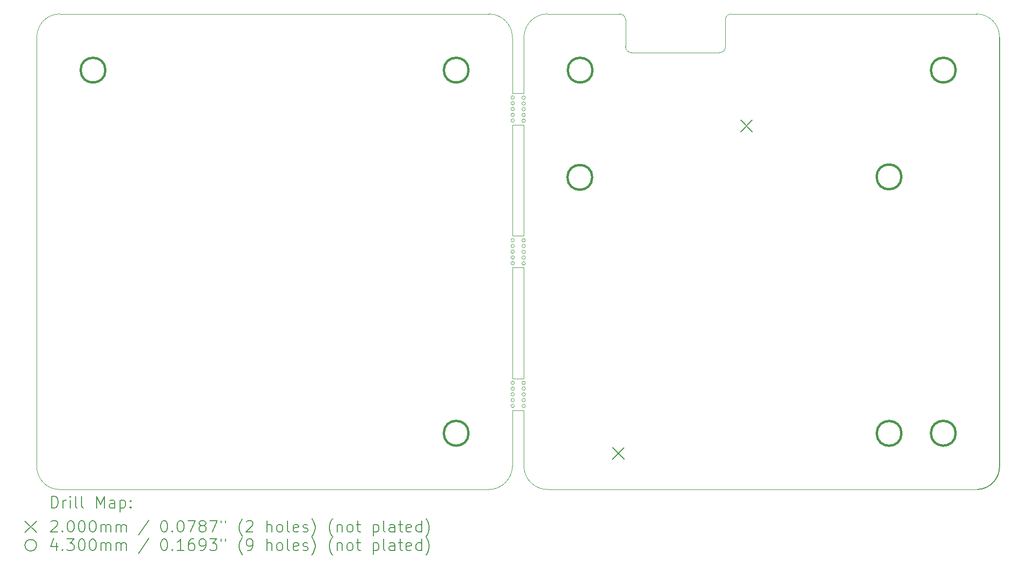
<source format=gbr>
%TF.GenerationSoftware,KiCad,Pcbnew,8.0.4*%
%TF.CreationDate,2024-07-30T12:03:33+02:00*%
%TF.ProjectId,gps,6770732e-6b69-4636-9164-5f7063625858,rev?*%
%TF.SameCoordinates,Original*%
%TF.FileFunction,Drillmap*%
%TF.FilePolarity,Positive*%
%FSLAX45Y45*%
G04 Gerber Fmt 4.5, Leading zero omitted, Abs format (unit mm)*
G04 Created by KiCad (PCBNEW 8.0.4) date 2024-07-30 12:03:33*
%MOMM*%
%LPD*%
G01*
G04 APERTURE LIST*
%ADD10C,0.100000*%
%ADD11C,0.150000*%
%ADD12C,0.200000*%
%ADD13C,0.430000*%
G04 APERTURE END LIST*
D10*
X13560000Y-6025000D02*
G75*
G02*
X13500000Y-6025000I-30000J0D01*
G01*
X13500000Y-6025000D02*
G75*
G02*
X13560000Y-6025000I30000J0D01*
G01*
X13750000Y-8302500D02*
G75*
G02*
X13690000Y-8302500I-30000J0D01*
G01*
X13690000Y-8302500D02*
G75*
G02*
X13750000Y-8302500I30000J0D01*
G01*
X15587000Y-4845000D02*
G75*
G02*
X15487000Y-4745000I0J100000D01*
G01*
X5275000Y-4575000D02*
G75*
G02*
X5675000Y-4175000I400000J0D01*
G01*
X13725000Y-6100000D02*
X13725000Y-8025000D01*
X13750000Y-8102500D02*
G75*
G02*
X13690000Y-8102500I-30000J0D01*
G01*
X13690000Y-8102500D02*
G75*
G02*
X13750000Y-8102500I30000J0D01*
G01*
X13525000Y-11050000D02*
X13725000Y-11050000D01*
X13750000Y-10575000D02*
G75*
G02*
X13690000Y-10575000I-30000J0D01*
G01*
X13690000Y-10575000D02*
G75*
G02*
X13750000Y-10575000I30000J0D01*
G01*
X15386000Y-4175000D02*
G75*
G02*
X15487298Y-4275000I1290J-100000D01*
G01*
X13725000Y-8575000D02*
X13725000Y-10500000D01*
X13750000Y-8202500D02*
G75*
G02*
X13690000Y-8202500I-30000J0D01*
G01*
X13690000Y-8202500D02*
G75*
G02*
X13750000Y-8202500I30000J0D01*
G01*
X13750000Y-5927500D02*
G75*
G02*
X13690000Y-5927500I-30000J0D01*
G01*
X13690000Y-5927500D02*
G75*
G02*
X13750000Y-5927500I30000J0D01*
G01*
X13560000Y-5725000D02*
G75*
G02*
X13500000Y-5725000I-30000J0D01*
G01*
X13500000Y-5725000D02*
G75*
G02*
X13560000Y-5725000I30000J0D01*
G01*
X13750000Y-8502500D02*
G75*
G02*
X13690000Y-8502500I-30000J0D01*
G01*
X13690000Y-8502500D02*
G75*
G02*
X13750000Y-8502500I30000J0D01*
G01*
X5657843Y-12425000D02*
G75*
G02*
X5275000Y-12017157I12507J395350D01*
G01*
X13560000Y-5825000D02*
G75*
G02*
X13500000Y-5825000I-30000J0D01*
G01*
X13500000Y-5825000D02*
G75*
G02*
X13560000Y-5825000I30000J0D01*
G01*
X13525000Y-10500000D02*
X13525000Y-8575000D01*
X13525000Y-6100000D02*
X13725000Y-6100000D01*
X13560000Y-8200000D02*
G75*
G02*
X13500000Y-8200000I-30000J0D01*
G01*
X13500000Y-8200000D02*
G75*
G02*
X13560000Y-8200000I30000J0D01*
G01*
D11*
X21975000Y-12017157D02*
G75*
G02*
X21592157Y-12425000I-395340J-12503D01*
G01*
D10*
X13750000Y-5827500D02*
G75*
G02*
X13690000Y-5827500I-30000J0D01*
G01*
X13690000Y-5827500D02*
G75*
G02*
X13750000Y-5827500I30000J0D01*
G01*
X13560000Y-10875000D02*
G75*
G02*
X13500000Y-10875000I-30000J0D01*
G01*
X13500000Y-10875000D02*
G75*
G02*
X13560000Y-10875000I30000J0D01*
G01*
X13725000Y-4582843D02*
G75*
G02*
X14132843Y-4175000I407840J3D01*
G01*
X13560000Y-10975000D02*
G75*
G02*
X13500000Y-10975000I-30000J0D01*
G01*
X13500000Y-10975000D02*
G75*
G02*
X13560000Y-10975000I30000J0D01*
G01*
X17220000Y-4275000D02*
X17220000Y-4745000D01*
X13750000Y-6027500D02*
G75*
G02*
X13690000Y-6027500I-30000J0D01*
G01*
X13690000Y-6027500D02*
G75*
G02*
X13750000Y-6027500I30000J0D01*
G01*
X13750198Y-10675000D02*
G75*
G02*
X13690198Y-10675000I-30000J0D01*
G01*
X13690198Y-10675000D02*
G75*
G02*
X13750198Y-10675000I30000J0D01*
G01*
X13750198Y-10875000D02*
G75*
G02*
X13690198Y-10875000I-30000J0D01*
G01*
X13690198Y-10875000D02*
G75*
G02*
X13750198Y-10875000I30000J0D01*
G01*
X13560000Y-8500000D02*
G75*
G02*
X13500000Y-8500000I-30000J0D01*
G01*
X13500000Y-8500000D02*
G75*
G02*
X13560000Y-8500000I30000J0D01*
G01*
X13525000Y-12017157D02*
G75*
G02*
X13117157Y-12425000I-407840J-3D01*
G01*
X5657843Y-12425000D02*
X13117157Y-12425000D01*
D11*
X21975000Y-12017157D02*
X21975000Y-4575000D01*
D10*
X13560000Y-8400000D02*
G75*
G02*
X13500000Y-8400000I-30000J0D01*
G01*
X13500000Y-8400000D02*
G75*
G02*
X13560000Y-8400000I30000J0D01*
G01*
X15487000Y-4275000D02*
X15487000Y-4745000D01*
X13117157Y-4175000D02*
G75*
G02*
X13525000Y-4582843I3J-407840D01*
G01*
X5275000Y-4575000D02*
X5275000Y-12017157D01*
X13525000Y-8575000D02*
X13725000Y-8575000D01*
X21575000Y-4175000D02*
X17320000Y-4175000D01*
X21575000Y-4175000D02*
G75*
G02*
X21975000Y-4575000I0J-400000D01*
G01*
X14132843Y-12425000D02*
G75*
G02*
X13725000Y-12017157I-3J407840D01*
G01*
X14132843Y-4175000D02*
X15386000Y-4175000D01*
X13525000Y-12017157D02*
X13525000Y-11050000D01*
X13525000Y-5550000D02*
X13725000Y-5550000D01*
X14132843Y-12425000D02*
X21592157Y-12425000D01*
X13117157Y-4175000D02*
X5675000Y-4175000D01*
X13560000Y-10675000D02*
G75*
G02*
X13500000Y-10675000I-30000J0D01*
G01*
X13500000Y-10675000D02*
G75*
G02*
X13560000Y-10675000I30000J0D01*
G01*
X13560000Y-8300000D02*
G75*
G02*
X13500000Y-8300000I-30000J0D01*
G01*
X13500000Y-8300000D02*
G75*
G02*
X13560000Y-8300000I30000J0D01*
G01*
X17220000Y-4275000D02*
G75*
G02*
X17320000Y-4175000I100000J0D01*
G01*
X13560000Y-5925000D02*
G75*
G02*
X13500000Y-5925000I-30000J0D01*
G01*
X13500000Y-5925000D02*
G75*
G02*
X13560000Y-5925000I30000J0D01*
G01*
X13750198Y-10775000D02*
G75*
G02*
X13690198Y-10775000I-30000J0D01*
G01*
X13690198Y-10775000D02*
G75*
G02*
X13750198Y-10775000I30000J0D01*
G01*
X13525000Y-10500000D02*
X13725000Y-10500000D01*
X13525000Y-4582843D02*
X13525000Y-5550000D01*
X13750000Y-5627500D02*
G75*
G02*
X13690000Y-5627500I-30000J0D01*
G01*
X13690000Y-5627500D02*
G75*
G02*
X13750000Y-5627500I30000J0D01*
G01*
X17220000Y-4745000D02*
G75*
G02*
X17120000Y-4845000I-100000J0D01*
G01*
X13725000Y-5550000D02*
X13725000Y-4582843D01*
X13560000Y-8100000D02*
G75*
G02*
X13500000Y-8100000I-30000J0D01*
G01*
X13500000Y-8100000D02*
G75*
G02*
X13560000Y-8100000I30000J0D01*
G01*
X13560000Y-10775000D02*
G75*
G02*
X13500000Y-10775000I-30000J0D01*
G01*
X13500000Y-10775000D02*
G75*
G02*
X13560000Y-10775000I30000J0D01*
G01*
X13750000Y-5727500D02*
G75*
G02*
X13690000Y-5727500I-30000J0D01*
G01*
X13690000Y-5727500D02*
G75*
G02*
X13750000Y-5727500I30000J0D01*
G01*
X13750000Y-8402500D02*
G75*
G02*
X13690000Y-8402500I-30000J0D01*
G01*
X13690000Y-8402500D02*
G75*
G02*
X13750000Y-8402500I30000J0D01*
G01*
X13525000Y-8025000D02*
X13725000Y-8025000D01*
X13560000Y-10575000D02*
G75*
G02*
X13500000Y-10575000I-30000J0D01*
G01*
X13500000Y-10575000D02*
G75*
G02*
X13560000Y-10575000I30000J0D01*
G01*
X13725000Y-12017157D02*
X13725000Y-11050000D01*
X17120000Y-4845000D02*
X15587000Y-4845000D01*
X13525000Y-6100000D02*
X13525000Y-8025000D01*
X13750198Y-10975000D02*
G75*
G02*
X13690198Y-10975000I-30000J0D01*
G01*
X13690198Y-10975000D02*
G75*
G02*
X13750198Y-10975000I30000J0D01*
G01*
X13560000Y-5625000D02*
G75*
G02*
X13500000Y-5625000I-30000J0D01*
G01*
X13500000Y-5625000D02*
G75*
G02*
X13560000Y-5625000I30000J0D01*
G01*
D12*
X15266250Y-11700000D02*
X15466250Y-11900000D01*
X15466250Y-11700000D02*
X15266250Y-11900000D01*
X17486250Y-6020000D02*
X17686250Y-6220000D01*
X17686250Y-6020000D02*
X17486250Y-6220000D01*
D13*
X6465000Y-5150000D02*
G75*
G02*
X6035000Y-5150000I-215000J0D01*
G01*
X6035000Y-5150000D02*
G75*
G02*
X6465000Y-5150000I215000J0D01*
G01*
X12765000Y-5150000D02*
G75*
G02*
X12335000Y-5150000I-215000J0D01*
G01*
X12335000Y-5150000D02*
G75*
G02*
X12765000Y-5150000I215000J0D01*
G01*
X12765000Y-11450000D02*
G75*
G02*
X12335000Y-11450000I-215000J0D01*
G01*
X12335000Y-11450000D02*
G75*
G02*
X12765000Y-11450000I215000J0D01*
G01*
X14910000Y-7010000D02*
G75*
G02*
X14480000Y-7010000I-215000J0D01*
G01*
X14480000Y-7010000D02*
G75*
G02*
X14910000Y-7010000I215000J0D01*
G01*
X14915000Y-5150000D02*
G75*
G02*
X14485000Y-5150000I-215000J0D01*
G01*
X14485000Y-5150000D02*
G75*
G02*
X14915000Y-5150000I215000J0D01*
G01*
X20273000Y-7002000D02*
G75*
G02*
X19843000Y-7002000I-215000J0D01*
G01*
X19843000Y-7002000D02*
G75*
G02*
X20273000Y-7002000I215000J0D01*
G01*
X20275000Y-11452000D02*
G75*
G02*
X19845000Y-11452000I-215000J0D01*
G01*
X19845000Y-11452000D02*
G75*
G02*
X20275000Y-11452000I215000J0D01*
G01*
X21215000Y-5150000D02*
G75*
G02*
X20785000Y-5150000I-215000J0D01*
G01*
X20785000Y-5150000D02*
G75*
G02*
X21215000Y-5150000I215000J0D01*
G01*
X21215000Y-11450000D02*
G75*
G02*
X20785000Y-11450000I-215000J0D01*
G01*
X20785000Y-11450000D02*
G75*
G02*
X21215000Y-11450000I215000J0D01*
G01*
D12*
X5530579Y-12743984D02*
X5530579Y-12543984D01*
X5530579Y-12543984D02*
X5578198Y-12543984D01*
X5578198Y-12543984D02*
X5606769Y-12553508D01*
X5606769Y-12553508D02*
X5625817Y-12572555D01*
X5625817Y-12572555D02*
X5635341Y-12591603D01*
X5635341Y-12591603D02*
X5644865Y-12629698D01*
X5644865Y-12629698D02*
X5644865Y-12658269D01*
X5644865Y-12658269D02*
X5635341Y-12696365D01*
X5635341Y-12696365D02*
X5625817Y-12715412D01*
X5625817Y-12715412D02*
X5606769Y-12734460D01*
X5606769Y-12734460D02*
X5578198Y-12743984D01*
X5578198Y-12743984D02*
X5530579Y-12743984D01*
X5730579Y-12743984D02*
X5730579Y-12610650D01*
X5730579Y-12648746D02*
X5740103Y-12629698D01*
X5740103Y-12629698D02*
X5749627Y-12620174D01*
X5749627Y-12620174D02*
X5768674Y-12610650D01*
X5768674Y-12610650D02*
X5787722Y-12610650D01*
X5854388Y-12743984D02*
X5854388Y-12610650D01*
X5854388Y-12543984D02*
X5844865Y-12553508D01*
X5844865Y-12553508D02*
X5854388Y-12563031D01*
X5854388Y-12563031D02*
X5863912Y-12553508D01*
X5863912Y-12553508D02*
X5854388Y-12543984D01*
X5854388Y-12543984D02*
X5854388Y-12563031D01*
X5978198Y-12743984D02*
X5959150Y-12734460D01*
X5959150Y-12734460D02*
X5949627Y-12715412D01*
X5949627Y-12715412D02*
X5949627Y-12543984D01*
X6082960Y-12743984D02*
X6063912Y-12734460D01*
X6063912Y-12734460D02*
X6054388Y-12715412D01*
X6054388Y-12715412D02*
X6054388Y-12543984D01*
X6311531Y-12743984D02*
X6311531Y-12543984D01*
X6311531Y-12543984D02*
X6378198Y-12686841D01*
X6378198Y-12686841D02*
X6444865Y-12543984D01*
X6444865Y-12543984D02*
X6444865Y-12743984D01*
X6625817Y-12743984D02*
X6625817Y-12639222D01*
X6625817Y-12639222D02*
X6616293Y-12620174D01*
X6616293Y-12620174D02*
X6597246Y-12610650D01*
X6597246Y-12610650D02*
X6559150Y-12610650D01*
X6559150Y-12610650D02*
X6540103Y-12620174D01*
X6625817Y-12734460D02*
X6606769Y-12743984D01*
X6606769Y-12743984D02*
X6559150Y-12743984D01*
X6559150Y-12743984D02*
X6540103Y-12734460D01*
X6540103Y-12734460D02*
X6530579Y-12715412D01*
X6530579Y-12715412D02*
X6530579Y-12696365D01*
X6530579Y-12696365D02*
X6540103Y-12677317D01*
X6540103Y-12677317D02*
X6559150Y-12667793D01*
X6559150Y-12667793D02*
X6606769Y-12667793D01*
X6606769Y-12667793D02*
X6625817Y-12658269D01*
X6721055Y-12610650D02*
X6721055Y-12810650D01*
X6721055Y-12620174D02*
X6740103Y-12610650D01*
X6740103Y-12610650D02*
X6778198Y-12610650D01*
X6778198Y-12610650D02*
X6797246Y-12620174D01*
X6797246Y-12620174D02*
X6806769Y-12629698D01*
X6806769Y-12629698D02*
X6816293Y-12648746D01*
X6816293Y-12648746D02*
X6816293Y-12705888D01*
X6816293Y-12705888D02*
X6806769Y-12724936D01*
X6806769Y-12724936D02*
X6797246Y-12734460D01*
X6797246Y-12734460D02*
X6778198Y-12743984D01*
X6778198Y-12743984D02*
X6740103Y-12743984D01*
X6740103Y-12743984D02*
X6721055Y-12734460D01*
X6902008Y-12724936D02*
X6911531Y-12734460D01*
X6911531Y-12734460D02*
X6902008Y-12743984D01*
X6902008Y-12743984D02*
X6892484Y-12734460D01*
X6892484Y-12734460D02*
X6902008Y-12724936D01*
X6902008Y-12724936D02*
X6902008Y-12743984D01*
X6902008Y-12620174D02*
X6911531Y-12629698D01*
X6911531Y-12629698D02*
X6902008Y-12639222D01*
X6902008Y-12639222D02*
X6892484Y-12629698D01*
X6892484Y-12629698D02*
X6902008Y-12620174D01*
X6902008Y-12620174D02*
X6902008Y-12639222D01*
X5069802Y-12972500D02*
X5269802Y-13172500D01*
X5269802Y-12972500D02*
X5069802Y-13172500D01*
X5521055Y-12983031D02*
X5530579Y-12973508D01*
X5530579Y-12973508D02*
X5549627Y-12963984D01*
X5549627Y-12963984D02*
X5597246Y-12963984D01*
X5597246Y-12963984D02*
X5616293Y-12973508D01*
X5616293Y-12973508D02*
X5625817Y-12983031D01*
X5625817Y-12983031D02*
X5635341Y-13002079D01*
X5635341Y-13002079D02*
X5635341Y-13021127D01*
X5635341Y-13021127D02*
X5625817Y-13049698D01*
X5625817Y-13049698D02*
X5511531Y-13163984D01*
X5511531Y-13163984D02*
X5635341Y-13163984D01*
X5721055Y-13144936D02*
X5730579Y-13154460D01*
X5730579Y-13154460D02*
X5721055Y-13163984D01*
X5721055Y-13163984D02*
X5711531Y-13154460D01*
X5711531Y-13154460D02*
X5721055Y-13144936D01*
X5721055Y-13144936D02*
X5721055Y-13163984D01*
X5854388Y-12963984D02*
X5873436Y-12963984D01*
X5873436Y-12963984D02*
X5892484Y-12973508D01*
X5892484Y-12973508D02*
X5902008Y-12983031D01*
X5902008Y-12983031D02*
X5911531Y-13002079D01*
X5911531Y-13002079D02*
X5921055Y-13040174D01*
X5921055Y-13040174D02*
X5921055Y-13087793D01*
X5921055Y-13087793D02*
X5911531Y-13125888D01*
X5911531Y-13125888D02*
X5902008Y-13144936D01*
X5902008Y-13144936D02*
X5892484Y-13154460D01*
X5892484Y-13154460D02*
X5873436Y-13163984D01*
X5873436Y-13163984D02*
X5854388Y-13163984D01*
X5854388Y-13163984D02*
X5835341Y-13154460D01*
X5835341Y-13154460D02*
X5825817Y-13144936D01*
X5825817Y-13144936D02*
X5816293Y-13125888D01*
X5816293Y-13125888D02*
X5806769Y-13087793D01*
X5806769Y-13087793D02*
X5806769Y-13040174D01*
X5806769Y-13040174D02*
X5816293Y-13002079D01*
X5816293Y-13002079D02*
X5825817Y-12983031D01*
X5825817Y-12983031D02*
X5835341Y-12973508D01*
X5835341Y-12973508D02*
X5854388Y-12963984D01*
X6044865Y-12963984D02*
X6063912Y-12963984D01*
X6063912Y-12963984D02*
X6082960Y-12973508D01*
X6082960Y-12973508D02*
X6092484Y-12983031D01*
X6092484Y-12983031D02*
X6102008Y-13002079D01*
X6102008Y-13002079D02*
X6111531Y-13040174D01*
X6111531Y-13040174D02*
X6111531Y-13087793D01*
X6111531Y-13087793D02*
X6102008Y-13125888D01*
X6102008Y-13125888D02*
X6092484Y-13144936D01*
X6092484Y-13144936D02*
X6082960Y-13154460D01*
X6082960Y-13154460D02*
X6063912Y-13163984D01*
X6063912Y-13163984D02*
X6044865Y-13163984D01*
X6044865Y-13163984D02*
X6025817Y-13154460D01*
X6025817Y-13154460D02*
X6016293Y-13144936D01*
X6016293Y-13144936D02*
X6006769Y-13125888D01*
X6006769Y-13125888D02*
X5997246Y-13087793D01*
X5997246Y-13087793D02*
X5997246Y-13040174D01*
X5997246Y-13040174D02*
X6006769Y-13002079D01*
X6006769Y-13002079D02*
X6016293Y-12983031D01*
X6016293Y-12983031D02*
X6025817Y-12973508D01*
X6025817Y-12973508D02*
X6044865Y-12963984D01*
X6235341Y-12963984D02*
X6254389Y-12963984D01*
X6254389Y-12963984D02*
X6273436Y-12973508D01*
X6273436Y-12973508D02*
X6282960Y-12983031D01*
X6282960Y-12983031D02*
X6292484Y-13002079D01*
X6292484Y-13002079D02*
X6302008Y-13040174D01*
X6302008Y-13040174D02*
X6302008Y-13087793D01*
X6302008Y-13087793D02*
X6292484Y-13125888D01*
X6292484Y-13125888D02*
X6282960Y-13144936D01*
X6282960Y-13144936D02*
X6273436Y-13154460D01*
X6273436Y-13154460D02*
X6254389Y-13163984D01*
X6254389Y-13163984D02*
X6235341Y-13163984D01*
X6235341Y-13163984D02*
X6216293Y-13154460D01*
X6216293Y-13154460D02*
X6206769Y-13144936D01*
X6206769Y-13144936D02*
X6197246Y-13125888D01*
X6197246Y-13125888D02*
X6187722Y-13087793D01*
X6187722Y-13087793D02*
X6187722Y-13040174D01*
X6187722Y-13040174D02*
X6197246Y-13002079D01*
X6197246Y-13002079D02*
X6206769Y-12983031D01*
X6206769Y-12983031D02*
X6216293Y-12973508D01*
X6216293Y-12973508D02*
X6235341Y-12963984D01*
X6387722Y-13163984D02*
X6387722Y-13030650D01*
X6387722Y-13049698D02*
X6397246Y-13040174D01*
X6397246Y-13040174D02*
X6416293Y-13030650D01*
X6416293Y-13030650D02*
X6444865Y-13030650D01*
X6444865Y-13030650D02*
X6463912Y-13040174D01*
X6463912Y-13040174D02*
X6473436Y-13059222D01*
X6473436Y-13059222D02*
X6473436Y-13163984D01*
X6473436Y-13059222D02*
X6482960Y-13040174D01*
X6482960Y-13040174D02*
X6502008Y-13030650D01*
X6502008Y-13030650D02*
X6530579Y-13030650D01*
X6530579Y-13030650D02*
X6549627Y-13040174D01*
X6549627Y-13040174D02*
X6559150Y-13059222D01*
X6559150Y-13059222D02*
X6559150Y-13163984D01*
X6654389Y-13163984D02*
X6654389Y-13030650D01*
X6654389Y-13049698D02*
X6663912Y-13040174D01*
X6663912Y-13040174D02*
X6682960Y-13030650D01*
X6682960Y-13030650D02*
X6711531Y-13030650D01*
X6711531Y-13030650D02*
X6730579Y-13040174D01*
X6730579Y-13040174D02*
X6740103Y-13059222D01*
X6740103Y-13059222D02*
X6740103Y-13163984D01*
X6740103Y-13059222D02*
X6749627Y-13040174D01*
X6749627Y-13040174D02*
X6768674Y-13030650D01*
X6768674Y-13030650D02*
X6797246Y-13030650D01*
X6797246Y-13030650D02*
X6816293Y-13040174D01*
X6816293Y-13040174D02*
X6825817Y-13059222D01*
X6825817Y-13059222D02*
X6825817Y-13163984D01*
X7216293Y-12954460D02*
X7044865Y-13211603D01*
X7473436Y-12963984D02*
X7492484Y-12963984D01*
X7492484Y-12963984D02*
X7511532Y-12973508D01*
X7511532Y-12973508D02*
X7521055Y-12983031D01*
X7521055Y-12983031D02*
X7530579Y-13002079D01*
X7530579Y-13002079D02*
X7540103Y-13040174D01*
X7540103Y-13040174D02*
X7540103Y-13087793D01*
X7540103Y-13087793D02*
X7530579Y-13125888D01*
X7530579Y-13125888D02*
X7521055Y-13144936D01*
X7521055Y-13144936D02*
X7511532Y-13154460D01*
X7511532Y-13154460D02*
X7492484Y-13163984D01*
X7492484Y-13163984D02*
X7473436Y-13163984D01*
X7473436Y-13163984D02*
X7454389Y-13154460D01*
X7454389Y-13154460D02*
X7444865Y-13144936D01*
X7444865Y-13144936D02*
X7435341Y-13125888D01*
X7435341Y-13125888D02*
X7425817Y-13087793D01*
X7425817Y-13087793D02*
X7425817Y-13040174D01*
X7425817Y-13040174D02*
X7435341Y-13002079D01*
X7435341Y-13002079D02*
X7444865Y-12983031D01*
X7444865Y-12983031D02*
X7454389Y-12973508D01*
X7454389Y-12973508D02*
X7473436Y-12963984D01*
X7625817Y-13144936D02*
X7635341Y-13154460D01*
X7635341Y-13154460D02*
X7625817Y-13163984D01*
X7625817Y-13163984D02*
X7616293Y-13154460D01*
X7616293Y-13154460D02*
X7625817Y-13144936D01*
X7625817Y-13144936D02*
X7625817Y-13163984D01*
X7759151Y-12963984D02*
X7778198Y-12963984D01*
X7778198Y-12963984D02*
X7797246Y-12973508D01*
X7797246Y-12973508D02*
X7806770Y-12983031D01*
X7806770Y-12983031D02*
X7816293Y-13002079D01*
X7816293Y-13002079D02*
X7825817Y-13040174D01*
X7825817Y-13040174D02*
X7825817Y-13087793D01*
X7825817Y-13087793D02*
X7816293Y-13125888D01*
X7816293Y-13125888D02*
X7806770Y-13144936D01*
X7806770Y-13144936D02*
X7797246Y-13154460D01*
X7797246Y-13154460D02*
X7778198Y-13163984D01*
X7778198Y-13163984D02*
X7759151Y-13163984D01*
X7759151Y-13163984D02*
X7740103Y-13154460D01*
X7740103Y-13154460D02*
X7730579Y-13144936D01*
X7730579Y-13144936D02*
X7721055Y-13125888D01*
X7721055Y-13125888D02*
X7711532Y-13087793D01*
X7711532Y-13087793D02*
X7711532Y-13040174D01*
X7711532Y-13040174D02*
X7721055Y-13002079D01*
X7721055Y-13002079D02*
X7730579Y-12983031D01*
X7730579Y-12983031D02*
X7740103Y-12973508D01*
X7740103Y-12973508D02*
X7759151Y-12963984D01*
X7892484Y-12963984D02*
X8025817Y-12963984D01*
X8025817Y-12963984D02*
X7940103Y-13163984D01*
X8130579Y-13049698D02*
X8111532Y-13040174D01*
X8111532Y-13040174D02*
X8102008Y-13030650D01*
X8102008Y-13030650D02*
X8092484Y-13011603D01*
X8092484Y-13011603D02*
X8092484Y-13002079D01*
X8092484Y-13002079D02*
X8102008Y-12983031D01*
X8102008Y-12983031D02*
X8111532Y-12973508D01*
X8111532Y-12973508D02*
X8130579Y-12963984D01*
X8130579Y-12963984D02*
X8168674Y-12963984D01*
X8168674Y-12963984D02*
X8187722Y-12973508D01*
X8187722Y-12973508D02*
X8197246Y-12983031D01*
X8197246Y-12983031D02*
X8206770Y-13002079D01*
X8206770Y-13002079D02*
X8206770Y-13011603D01*
X8206770Y-13011603D02*
X8197246Y-13030650D01*
X8197246Y-13030650D02*
X8187722Y-13040174D01*
X8187722Y-13040174D02*
X8168674Y-13049698D01*
X8168674Y-13049698D02*
X8130579Y-13049698D01*
X8130579Y-13049698D02*
X8111532Y-13059222D01*
X8111532Y-13059222D02*
X8102008Y-13068746D01*
X8102008Y-13068746D02*
X8092484Y-13087793D01*
X8092484Y-13087793D02*
X8092484Y-13125888D01*
X8092484Y-13125888D02*
X8102008Y-13144936D01*
X8102008Y-13144936D02*
X8111532Y-13154460D01*
X8111532Y-13154460D02*
X8130579Y-13163984D01*
X8130579Y-13163984D02*
X8168674Y-13163984D01*
X8168674Y-13163984D02*
X8187722Y-13154460D01*
X8187722Y-13154460D02*
X8197246Y-13144936D01*
X8197246Y-13144936D02*
X8206770Y-13125888D01*
X8206770Y-13125888D02*
X8206770Y-13087793D01*
X8206770Y-13087793D02*
X8197246Y-13068746D01*
X8197246Y-13068746D02*
X8187722Y-13059222D01*
X8187722Y-13059222D02*
X8168674Y-13049698D01*
X8273436Y-12963984D02*
X8406770Y-12963984D01*
X8406770Y-12963984D02*
X8321055Y-13163984D01*
X8473436Y-12963984D02*
X8473436Y-13002079D01*
X8549627Y-12963984D02*
X8549627Y-13002079D01*
X8844865Y-13240174D02*
X8835341Y-13230650D01*
X8835341Y-13230650D02*
X8816294Y-13202079D01*
X8816294Y-13202079D02*
X8806770Y-13183031D01*
X8806770Y-13183031D02*
X8797246Y-13154460D01*
X8797246Y-13154460D02*
X8787722Y-13106841D01*
X8787722Y-13106841D02*
X8787722Y-13068746D01*
X8787722Y-13068746D02*
X8797246Y-13021127D01*
X8797246Y-13021127D02*
X8806770Y-12992555D01*
X8806770Y-12992555D02*
X8816294Y-12973508D01*
X8816294Y-12973508D02*
X8835341Y-12944936D01*
X8835341Y-12944936D02*
X8844865Y-12935412D01*
X8911532Y-12983031D02*
X8921056Y-12973508D01*
X8921056Y-12973508D02*
X8940103Y-12963984D01*
X8940103Y-12963984D02*
X8987722Y-12963984D01*
X8987722Y-12963984D02*
X9006770Y-12973508D01*
X9006770Y-12973508D02*
X9016294Y-12983031D01*
X9016294Y-12983031D02*
X9025817Y-13002079D01*
X9025817Y-13002079D02*
X9025817Y-13021127D01*
X9025817Y-13021127D02*
X9016294Y-13049698D01*
X9016294Y-13049698D02*
X8902008Y-13163984D01*
X8902008Y-13163984D02*
X9025817Y-13163984D01*
X9263913Y-13163984D02*
X9263913Y-12963984D01*
X9349627Y-13163984D02*
X9349627Y-13059222D01*
X9349627Y-13059222D02*
X9340103Y-13040174D01*
X9340103Y-13040174D02*
X9321056Y-13030650D01*
X9321056Y-13030650D02*
X9292484Y-13030650D01*
X9292484Y-13030650D02*
X9273437Y-13040174D01*
X9273437Y-13040174D02*
X9263913Y-13049698D01*
X9473437Y-13163984D02*
X9454389Y-13154460D01*
X9454389Y-13154460D02*
X9444865Y-13144936D01*
X9444865Y-13144936D02*
X9435341Y-13125888D01*
X9435341Y-13125888D02*
X9435341Y-13068746D01*
X9435341Y-13068746D02*
X9444865Y-13049698D01*
X9444865Y-13049698D02*
X9454389Y-13040174D01*
X9454389Y-13040174D02*
X9473437Y-13030650D01*
X9473437Y-13030650D02*
X9502008Y-13030650D01*
X9502008Y-13030650D02*
X9521056Y-13040174D01*
X9521056Y-13040174D02*
X9530579Y-13049698D01*
X9530579Y-13049698D02*
X9540103Y-13068746D01*
X9540103Y-13068746D02*
X9540103Y-13125888D01*
X9540103Y-13125888D02*
X9530579Y-13144936D01*
X9530579Y-13144936D02*
X9521056Y-13154460D01*
X9521056Y-13154460D02*
X9502008Y-13163984D01*
X9502008Y-13163984D02*
X9473437Y-13163984D01*
X9654389Y-13163984D02*
X9635341Y-13154460D01*
X9635341Y-13154460D02*
X9625818Y-13135412D01*
X9625818Y-13135412D02*
X9625818Y-12963984D01*
X9806770Y-13154460D02*
X9787722Y-13163984D01*
X9787722Y-13163984D02*
X9749627Y-13163984D01*
X9749627Y-13163984D02*
X9730579Y-13154460D01*
X9730579Y-13154460D02*
X9721056Y-13135412D01*
X9721056Y-13135412D02*
X9721056Y-13059222D01*
X9721056Y-13059222D02*
X9730579Y-13040174D01*
X9730579Y-13040174D02*
X9749627Y-13030650D01*
X9749627Y-13030650D02*
X9787722Y-13030650D01*
X9787722Y-13030650D02*
X9806770Y-13040174D01*
X9806770Y-13040174D02*
X9816294Y-13059222D01*
X9816294Y-13059222D02*
X9816294Y-13078269D01*
X9816294Y-13078269D02*
X9721056Y-13097317D01*
X9892484Y-13154460D02*
X9911532Y-13163984D01*
X9911532Y-13163984D02*
X9949627Y-13163984D01*
X9949627Y-13163984D02*
X9968675Y-13154460D01*
X9968675Y-13154460D02*
X9978199Y-13135412D01*
X9978199Y-13135412D02*
X9978199Y-13125888D01*
X9978199Y-13125888D02*
X9968675Y-13106841D01*
X9968675Y-13106841D02*
X9949627Y-13097317D01*
X9949627Y-13097317D02*
X9921056Y-13097317D01*
X9921056Y-13097317D02*
X9902008Y-13087793D01*
X9902008Y-13087793D02*
X9892484Y-13068746D01*
X9892484Y-13068746D02*
X9892484Y-13059222D01*
X9892484Y-13059222D02*
X9902008Y-13040174D01*
X9902008Y-13040174D02*
X9921056Y-13030650D01*
X9921056Y-13030650D02*
X9949627Y-13030650D01*
X9949627Y-13030650D02*
X9968675Y-13040174D01*
X10044865Y-13240174D02*
X10054389Y-13230650D01*
X10054389Y-13230650D02*
X10073437Y-13202079D01*
X10073437Y-13202079D02*
X10082960Y-13183031D01*
X10082960Y-13183031D02*
X10092484Y-13154460D01*
X10092484Y-13154460D02*
X10102008Y-13106841D01*
X10102008Y-13106841D02*
X10102008Y-13068746D01*
X10102008Y-13068746D02*
X10092484Y-13021127D01*
X10092484Y-13021127D02*
X10082960Y-12992555D01*
X10082960Y-12992555D02*
X10073437Y-12973508D01*
X10073437Y-12973508D02*
X10054389Y-12944936D01*
X10054389Y-12944936D02*
X10044865Y-12935412D01*
X10406770Y-13240174D02*
X10397246Y-13230650D01*
X10397246Y-13230650D02*
X10378199Y-13202079D01*
X10378199Y-13202079D02*
X10368675Y-13183031D01*
X10368675Y-13183031D02*
X10359151Y-13154460D01*
X10359151Y-13154460D02*
X10349627Y-13106841D01*
X10349627Y-13106841D02*
X10349627Y-13068746D01*
X10349627Y-13068746D02*
X10359151Y-13021127D01*
X10359151Y-13021127D02*
X10368675Y-12992555D01*
X10368675Y-12992555D02*
X10378199Y-12973508D01*
X10378199Y-12973508D02*
X10397246Y-12944936D01*
X10397246Y-12944936D02*
X10406770Y-12935412D01*
X10482960Y-13030650D02*
X10482960Y-13163984D01*
X10482960Y-13049698D02*
X10492484Y-13040174D01*
X10492484Y-13040174D02*
X10511532Y-13030650D01*
X10511532Y-13030650D02*
X10540103Y-13030650D01*
X10540103Y-13030650D02*
X10559151Y-13040174D01*
X10559151Y-13040174D02*
X10568675Y-13059222D01*
X10568675Y-13059222D02*
X10568675Y-13163984D01*
X10692484Y-13163984D02*
X10673437Y-13154460D01*
X10673437Y-13154460D02*
X10663913Y-13144936D01*
X10663913Y-13144936D02*
X10654389Y-13125888D01*
X10654389Y-13125888D02*
X10654389Y-13068746D01*
X10654389Y-13068746D02*
X10663913Y-13049698D01*
X10663913Y-13049698D02*
X10673437Y-13040174D01*
X10673437Y-13040174D02*
X10692484Y-13030650D01*
X10692484Y-13030650D02*
X10721056Y-13030650D01*
X10721056Y-13030650D02*
X10740103Y-13040174D01*
X10740103Y-13040174D02*
X10749627Y-13049698D01*
X10749627Y-13049698D02*
X10759151Y-13068746D01*
X10759151Y-13068746D02*
X10759151Y-13125888D01*
X10759151Y-13125888D02*
X10749627Y-13144936D01*
X10749627Y-13144936D02*
X10740103Y-13154460D01*
X10740103Y-13154460D02*
X10721056Y-13163984D01*
X10721056Y-13163984D02*
X10692484Y-13163984D01*
X10816294Y-13030650D02*
X10892484Y-13030650D01*
X10844865Y-12963984D02*
X10844865Y-13135412D01*
X10844865Y-13135412D02*
X10854389Y-13154460D01*
X10854389Y-13154460D02*
X10873437Y-13163984D01*
X10873437Y-13163984D02*
X10892484Y-13163984D01*
X11111532Y-13030650D02*
X11111532Y-13230650D01*
X11111532Y-13040174D02*
X11130580Y-13030650D01*
X11130580Y-13030650D02*
X11168675Y-13030650D01*
X11168675Y-13030650D02*
X11187722Y-13040174D01*
X11187722Y-13040174D02*
X11197246Y-13049698D01*
X11197246Y-13049698D02*
X11206770Y-13068746D01*
X11206770Y-13068746D02*
X11206770Y-13125888D01*
X11206770Y-13125888D02*
X11197246Y-13144936D01*
X11197246Y-13144936D02*
X11187722Y-13154460D01*
X11187722Y-13154460D02*
X11168675Y-13163984D01*
X11168675Y-13163984D02*
X11130580Y-13163984D01*
X11130580Y-13163984D02*
X11111532Y-13154460D01*
X11321056Y-13163984D02*
X11302008Y-13154460D01*
X11302008Y-13154460D02*
X11292484Y-13135412D01*
X11292484Y-13135412D02*
X11292484Y-12963984D01*
X11482960Y-13163984D02*
X11482960Y-13059222D01*
X11482960Y-13059222D02*
X11473437Y-13040174D01*
X11473437Y-13040174D02*
X11454389Y-13030650D01*
X11454389Y-13030650D02*
X11416294Y-13030650D01*
X11416294Y-13030650D02*
X11397246Y-13040174D01*
X11482960Y-13154460D02*
X11463913Y-13163984D01*
X11463913Y-13163984D02*
X11416294Y-13163984D01*
X11416294Y-13163984D02*
X11397246Y-13154460D01*
X11397246Y-13154460D02*
X11387722Y-13135412D01*
X11387722Y-13135412D02*
X11387722Y-13116365D01*
X11387722Y-13116365D02*
X11397246Y-13097317D01*
X11397246Y-13097317D02*
X11416294Y-13087793D01*
X11416294Y-13087793D02*
X11463913Y-13087793D01*
X11463913Y-13087793D02*
X11482960Y-13078269D01*
X11549627Y-13030650D02*
X11625818Y-13030650D01*
X11578199Y-12963984D02*
X11578199Y-13135412D01*
X11578199Y-13135412D02*
X11587722Y-13154460D01*
X11587722Y-13154460D02*
X11606770Y-13163984D01*
X11606770Y-13163984D02*
X11625818Y-13163984D01*
X11768675Y-13154460D02*
X11749627Y-13163984D01*
X11749627Y-13163984D02*
X11711532Y-13163984D01*
X11711532Y-13163984D02*
X11692484Y-13154460D01*
X11692484Y-13154460D02*
X11682960Y-13135412D01*
X11682960Y-13135412D02*
X11682960Y-13059222D01*
X11682960Y-13059222D02*
X11692484Y-13040174D01*
X11692484Y-13040174D02*
X11711532Y-13030650D01*
X11711532Y-13030650D02*
X11749627Y-13030650D01*
X11749627Y-13030650D02*
X11768675Y-13040174D01*
X11768675Y-13040174D02*
X11778199Y-13059222D01*
X11778199Y-13059222D02*
X11778199Y-13078269D01*
X11778199Y-13078269D02*
X11682960Y-13097317D01*
X11949627Y-13163984D02*
X11949627Y-12963984D01*
X11949627Y-13154460D02*
X11930580Y-13163984D01*
X11930580Y-13163984D02*
X11892484Y-13163984D01*
X11892484Y-13163984D02*
X11873437Y-13154460D01*
X11873437Y-13154460D02*
X11863913Y-13144936D01*
X11863913Y-13144936D02*
X11854389Y-13125888D01*
X11854389Y-13125888D02*
X11854389Y-13068746D01*
X11854389Y-13068746D02*
X11863913Y-13049698D01*
X11863913Y-13049698D02*
X11873437Y-13040174D01*
X11873437Y-13040174D02*
X11892484Y-13030650D01*
X11892484Y-13030650D02*
X11930580Y-13030650D01*
X11930580Y-13030650D02*
X11949627Y-13040174D01*
X12025818Y-13240174D02*
X12035341Y-13230650D01*
X12035341Y-13230650D02*
X12054389Y-13202079D01*
X12054389Y-13202079D02*
X12063913Y-13183031D01*
X12063913Y-13183031D02*
X12073437Y-13154460D01*
X12073437Y-13154460D02*
X12082960Y-13106841D01*
X12082960Y-13106841D02*
X12082960Y-13068746D01*
X12082960Y-13068746D02*
X12073437Y-13021127D01*
X12073437Y-13021127D02*
X12063913Y-12992555D01*
X12063913Y-12992555D02*
X12054389Y-12973508D01*
X12054389Y-12973508D02*
X12035341Y-12944936D01*
X12035341Y-12944936D02*
X12025818Y-12935412D01*
X5269802Y-13392500D02*
G75*
G02*
X5069802Y-13392500I-100000J0D01*
G01*
X5069802Y-13392500D02*
G75*
G02*
X5269802Y-13392500I100000J0D01*
G01*
X5616293Y-13350650D02*
X5616293Y-13483984D01*
X5568674Y-13274460D02*
X5521055Y-13417317D01*
X5521055Y-13417317D02*
X5644865Y-13417317D01*
X5721055Y-13464936D02*
X5730579Y-13474460D01*
X5730579Y-13474460D02*
X5721055Y-13483984D01*
X5721055Y-13483984D02*
X5711531Y-13474460D01*
X5711531Y-13474460D02*
X5721055Y-13464936D01*
X5721055Y-13464936D02*
X5721055Y-13483984D01*
X5797246Y-13283984D02*
X5921055Y-13283984D01*
X5921055Y-13283984D02*
X5854388Y-13360174D01*
X5854388Y-13360174D02*
X5882960Y-13360174D01*
X5882960Y-13360174D02*
X5902008Y-13369698D01*
X5902008Y-13369698D02*
X5911531Y-13379222D01*
X5911531Y-13379222D02*
X5921055Y-13398269D01*
X5921055Y-13398269D02*
X5921055Y-13445888D01*
X5921055Y-13445888D02*
X5911531Y-13464936D01*
X5911531Y-13464936D02*
X5902008Y-13474460D01*
X5902008Y-13474460D02*
X5882960Y-13483984D01*
X5882960Y-13483984D02*
X5825817Y-13483984D01*
X5825817Y-13483984D02*
X5806769Y-13474460D01*
X5806769Y-13474460D02*
X5797246Y-13464936D01*
X6044865Y-13283984D02*
X6063912Y-13283984D01*
X6063912Y-13283984D02*
X6082960Y-13293508D01*
X6082960Y-13293508D02*
X6092484Y-13303031D01*
X6092484Y-13303031D02*
X6102008Y-13322079D01*
X6102008Y-13322079D02*
X6111531Y-13360174D01*
X6111531Y-13360174D02*
X6111531Y-13407793D01*
X6111531Y-13407793D02*
X6102008Y-13445888D01*
X6102008Y-13445888D02*
X6092484Y-13464936D01*
X6092484Y-13464936D02*
X6082960Y-13474460D01*
X6082960Y-13474460D02*
X6063912Y-13483984D01*
X6063912Y-13483984D02*
X6044865Y-13483984D01*
X6044865Y-13483984D02*
X6025817Y-13474460D01*
X6025817Y-13474460D02*
X6016293Y-13464936D01*
X6016293Y-13464936D02*
X6006769Y-13445888D01*
X6006769Y-13445888D02*
X5997246Y-13407793D01*
X5997246Y-13407793D02*
X5997246Y-13360174D01*
X5997246Y-13360174D02*
X6006769Y-13322079D01*
X6006769Y-13322079D02*
X6016293Y-13303031D01*
X6016293Y-13303031D02*
X6025817Y-13293508D01*
X6025817Y-13293508D02*
X6044865Y-13283984D01*
X6235341Y-13283984D02*
X6254389Y-13283984D01*
X6254389Y-13283984D02*
X6273436Y-13293508D01*
X6273436Y-13293508D02*
X6282960Y-13303031D01*
X6282960Y-13303031D02*
X6292484Y-13322079D01*
X6292484Y-13322079D02*
X6302008Y-13360174D01*
X6302008Y-13360174D02*
X6302008Y-13407793D01*
X6302008Y-13407793D02*
X6292484Y-13445888D01*
X6292484Y-13445888D02*
X6282960Y-13464936D01*
X6282960Y-13464936D02*
X6273436Y-13474460D01*
X6273436Y-13474460D02*
X6254389Y-13483984D01*
X6254389Y-13483984D02*
X6235341Y-13483984D01*
X6235341Y-13483984D02*
X6216293Y-13474460D01*
X6216293Y-13474460D02*
X6206769Y-13464936D01*
X6206769Y-13464936D02*
X6197246Y-13445888D01*
X6197246Y-13445888D02*
X6187722Y-13407793D01*
X6187722Y-13407793D02*
X6187722Y-13360174D01*
X6187722Y-13360174D02*
X6197246Y-13322079D01*
X6197246Y-13322079D02*
X6206769Y-13303031D01*
X6206769Y-13303031D02*
X6216293Y-13293508D01*
X6216293Y-13293508D02*
X6235341Y-13283984D01*
X6387722Y-13483984D02*
X6387722Y-13350650D01*
X6387722Y-13369698D02*
X6397246Y-13360174D01*
X6397246Y-13360174D02*
X6416293Y-13350650D01*
X6416293Y-13350650D02*
X6444865Y-13350650D01*
X6444865Y-13350650D02*
X6463912Y-13360174D01*
X6463912Y-13360174D02*
X6473436Y-13379222D01*
X6473436Y-13379222D02*
X6473436Y-13483984D01*
X6473436Y-13379222D02*
X6482960Y-13360174D01*
X6482960Y-13360174D02*
X6502008Y-13350650D01*
X6502008Y-13350650D02*
X6530579Y-13350650D01*
X6530579Y-13350650D02*
X6549627Y-13360174D01*
X6549627Y-13360174D02*
X6559150Y-13379222D01*
X6559150Y-13379222D02*
X6559150Y-13483984D01*
X6654389Y-13483984D02*
X6654389Y-13350650D01*
X6654389Y-13369698D02*
X6663912Y-13360174D01*
X6663912Y-13360174D02*
X6682960Y-13350650D01*
X6682960Y-13350650D02*
X6711531Y-13350650D01*
X6711531Y-13350650D02*
X6730579Y-13360174D01*
X6730579Y-13360174D02*
X6740103Y-13379222D01*
X6740103Y-13379222D02*
X6740103Y-13483984D01*
X6740103Y-13379222D02*
X6749627Y-13360174D01*
X6749627Y-13360174D02*
X6768674Y-13350650D01*
X6768674Y-13350650D02*
X6797246Y-13350650D01*
X6797246Y-13350650D02*
X6816293Y-13360174D01*
X6816293Y-13360174D02*
X6825817Y-13379222D01*
X6825817Y-13379222D02*
X6825817Y-13483984D01*
X7216293Y-13274460D02*
X7044865Y-13531603D01*
X7473436Y-13283984D02*
X7492484Y-13283984D01*
X7492484Y-13283984D02*
X7511532Y-13293508D01*
X7511532Y-13293508D02*
X7521055Y-13303031D01*
X7521055Y-13303031D02*
X7530579Y-13322079D01*
X7530579Y-13322079D02*
X7540103Y-13360174D01*
X7540103Y-13360174D02*
X7540103Y-13407793D01*
X7540103Y-13407793D02*
X7530579Y-13445888D01*
X7530579Y-13445888D02*
X7521055Y-13464936D01*
X7521055Y-13464936D02*
X7511532Y-13474460D01*
X7511532Y-13474460D02*
X7492484Y-13483984D01*
X7492484Y-13483984D02*
X7473436Y-13483984D01*
X7473436Y-13483984D02*
X7454389Y-13474460D01*
X7454389Y-13474460D02*
X7444865Y-13464936D01*
X7444865Y-13464936D02*
X7435341Y-13445888D01*
X7435341Y-13445888D02*
X7425817Y-13407793D01*
X7425817Y-13407793D02*
X7425817Y-13360174D01*
X7425817Y-13360174D02*
X7435341Y-13322079D01*
X7435341Y-13322079D02*
X7444865Y-13303031D01*
X7444865Y-13303031D02*
X7454389Y-13293508D01*
X7454389Y-13293508D02*
X7473436Y-13283984D01*
X7625817Y-13464936D02*
X7635341Y-13474460D01*
X7635341Y-13474460D02*
X7625817Y-13483984D01*
X7625817Y-13483984D02*
X7616293Y-13474460D01*
X7616293Y-13474460D02*
X7625817Y-13464936D01*
X7625817Y-13464936D02*
X7625817Y-13483984D01*
X7825817Y-13483984D02*
X7711532Y-13483984D01*
X7768674Y-13483984D02*
X7768674Y-13283984D01*
X7768674Y-13283984D02*
X7749627Y-13312555D01*
X7749627Y-13312555D02*
X7730579Y-13331603D01*
X7730579Y-13331603D02*
X7711532Y-13341127D01*
X7997246Y-13283984D02*
X7959151Y-13283984D01*
X7959151Y-13283984D02*
X7940103Y-13293508D01*
X7940103Y-13293508D02*
X7930579Y-13303031D01*
X7930579Y-13303031D02*
X7911532Y-13331603D01*
X7911532Y-13331603D02*
X7902008Y-13369698D01*
X7902008Y-13369698D02*
X7902008Y-13445888D01*
X7902008Y-13445888D02*
X7911532Y-13464936D01*
X7911532Y-13464936D02*
X7921055Y-13474460D01*
X7921055Y-13474460D02*
X7940103Y-13483984D01*
X7940103Y-13483984D02*
X7978198Y-13483984D01*
X7978198Y-13483984D02*
X7997246Y-13474460D01*
X7997246Y-13474460D02*
X8006770Y-13464936D01*
X8006770Y-13464936D02*
X8016293Y-13445888D01*
X8016293Y-13445888D02*
X8016293Y-13398269D01*
X8016293Y-13398269D02*
X8006770Y-13379222D01*
X8006770Y-13379222D02*
X7997246Y-13369698D01*
X7997246Y-13369698D02*
X7978198Y-13360174D01*
X7978198Y-13360174D02*
X7940103Y-13360174D01*
X7940103Y-13360174D02*
X7921055Y-13369698D01*
X7921055Y-13369698D02*
X7911532Y-13379222D01*
X7911532Y-13379222D02*
X7902008Y-13398269D01*
X8111532Y-13483984D02*
X8149627Y-13483984D01*
X8149627Y-13483984D02*
X8168674Y-13474460D01*
X8168674Y-13474460D02*
X8178198Y-13464936D01*
X8178198Y-13464936D02*
X8197246Y-13436365D01*
X8197246Y-13436365D02*
X8206770Y-13398269D01*
X8206770Y-13398269D02*
X8206770Y-13322079D01*
X8206770Y-13322079D02*
X8197246Y-13303031D01*
X8197246Y-13303031D02*
X8187722Y-13293508D01*
X8187722Y-13293508D02*
X8168674Y-13283984D01*
X8168674Y-13283984D02*
X8130579Y-13283984D01*
X8130579Y-13283984D02*
X8111532Y-13293508D01*
X8111532Y-13293508D02*
X8102008Y-13303031D01*
X8102008Y-13303031D02*
X8092484Y-13322079D01*
X8092484Y-13322079D02*
X8092484Y-13369698D01*
X8092484Y-13369698D02*
X8102008Y-13388746D01*
X8102008Y-13388746D02*
X8111532Y-13398269D01*
X8111532Y-13398269D02*
X8130579Y-13407793D01*
X8130579Y-13407793D02*
X8168674Y-13407793D01*
X8168674Y-13407793D02*
X8187722Y-13398269D01*
X8187722Y-13398269D02*
X8197246Y-13388746D01*
X8197246Y-13388746D02*
X8206770Y-13369698D01*
X8273436Y-13283984D02*
X8397246Y-13283984D01*
X8397246Y-13283984D02*
X8330579Y-13360174D01*
X8330579Y-13360174D02*
X8359151Y-13360174D01*
X8359151Y-13360174D02*
X8378198Y-13369698D01*
X8378198Y-13369698D02*
X8387722Y-13379222D01*
X8387722Y-13379222D02*
X8397246Y-13398269D01*
X8397246Y-13398269D02*
X8397246Y-13445888D01*
X8397246Y-13445888D02*
X8387722Y-13464936D01*
X8387722Y-13464936D02*
X8378198Y-13474460D01*
X8378198Y-13474460D02*
X8359151Y-13483984D01*
X8359151Y-13483984D02*
X8302008Y-13483984D01*
X8302008Y-13483984D02*
X8282960Y-13474460D01*
X8282960Y-13474460D02*
X8273436Y-13464936D01*
X8473436Y-13283984D02*
X8473436Y-13322079D01*
X8549627Y-13283984D02*
X8549627Y-13322079D01*
X8844865Y-13560174D02*
X8835341Y-13550650D01*
X8835341Y-13550650D02*
X8816294Y-13522079D01*
X8816294Y-13522079D02*
X8806770Y-13503031D01*
X8806770Y-13503031D02*
X8797246Y-13474460D01*
X8797246Y-13474460D02*
X8787722Y-13426841D01*
X8787722Y-13426841D02*
X8787722Y-13388746D01*
X8787722Y-13388746D02*
X8797246Y-13341127D01*
X8797246Y-13341127D02*
X8806770Y-13312555D01*
X8806770Y-13312555D02*
X8816294Y-13293508D01*
X8816294Y-13293508D02*
X8835341Y-13264936D01*
X8835341Y-13264936D02*
X8844865Y-13255412D01*
X8930579Y-13483984D02*
X8968675Y-13483984D01*
X8968675Y-13483984D02*
X8987722Y-13474460D01*
X8987722Y-13474460D02*
X8997246Y-13464936D01*
X8997246Y-13464936D02*
X9016294Y-13436365D01*
X9016294Y-13436365D02*
X9025817Y-13398269D01*
X9025817Y-13398269D02*
X9025817Y-13322079D01*
X9025817Y-13322079D02*
X9016294Y-13303031D01*
X9016294Y-13303031D02*
X9006770Y-13293508D01*
X9006770Y-13293508D02*
X8987722Y-13283984D01*
X8987722Y-13283984D02*
X8949627Y-13283984D01*
X8949627Y-13283984D02*
X8930579Y-13293508D01*
X8930579Y-13293508D02*
X8921056Y-13303031D01*
X8921056Y-13303031D02*
X8911532Y-13322079D01*
X8911532Y-13322079D02*
X8911532Y-13369698D01*
X8911532Y-13369698D02*
X8921056Y-13388746D01*
X8921056Y-13388746D02*
X8930579Y-13398269D01*
X8930579Y-13398269D02*
X8949627Y-13407793D01*
X8949627Y-13407793D02*
X8987722Y-13407793D01*
X8987722Y-13407793D02*
X9006770Y-13398269D01*
X9006770Y-13398269D02*
X9016294Y-13388746D01*
X9016294Y-13388746D02*
X9025817Y-13369698D01*
X9263913Y-13483984D02*
X9263913Y-13283984D01*
X9349627Y-13483984D02*
X9349627Y-13379222D01*
X9349627Y-13379222D02*
X9340103Y-13360174D01*
X9340103Y-13360174D02*
X9321056Y-13350650D01*
X9321056Y-13350650D02*
X9292484Y-13350650D01*
X9292484Y-13350650D02*
X9273437Y-13360174D01*
X9273437Y-13360174D02*
X9263913Y-13369698D01*
X9473437Y-13483984D02*
X9454389Y-13474460D01*
X9454389Y-13474460D02*
X9444865Y-13464936D01*
X9444865Y-13464936D02*
X9435341Y-13445888D01*
X9435341Y-13445888D02*
X9435341Y-13388746D01*
X9435341Y-13388746D02*
X9444865Y-13369698D01*
X9444865Y-13369698D02*
X9454389Y-13360174D01*
X9454389Y-13360174D02*
X9473437Y-13350650D01*
X9473437Y-13350650D02*
X9502008Y-13350650D01*
X9502008Y-13350650D02*
X9521056Y-13360174D01*
X9521056Y-13360174D02*
X9530579Y-13369698D01*
X9530579Y-13369698D02*
X9540103Y-13388746D01*
X9540103Y-13388746D02*
X9540103Y-13445888D01*
X9540103Y-13445888D02*
X9530579Y-13464936D01*
X9530579Y-13464936D02*
X9521056Y-13474460D01*
X9521056Y-13474460D02*
X9502008Y-13483984D01*
X9502008Y-13483984D02*
X9473437Y-13483984D01*
X9654389Y-13483984D02*
X9635341Y-13474460D01*
X9635341Y-13474460D02*
X9625818Y-13455412D01*
X9625818Y-13455412D02*
X9625818Y-13283984D01*
X9806770Y-13474460D02*
X9787722Y-13483984D01*
X9787722Y-13483984D02*
X9749627Y-13483984D01*
X9749627Y-13483984D02*
X9730579Y-13474460D01*
X9730579Y-13474460D02*
X9721056Y-13455412D01*
X9721056Y-13455412D02*
X9721056Y-13379222D01*
X9721056Y-13379222D02*
X9730579Y-13360174D01*
X9730579Y-13360174D02*
X9749627Y-13350650D01*
X9749627Y-13350650D02*
X9787722Y-13350650D01*
X9787722Y-13350650D02*
X9806770Y-13360174D01*
X9806770Y-13360174D02*
X9816294Y-13379222D01*
X9816294Y-13379222D02*
X9816294Y-13398269D01*
X9816294Y-13398269D02*
X9721056Y-13417317D01*
X9892484Y-13474460D02*
X9911532Y-13483984D01*
X9911532Y-13483984D02*
X9949627Y-13483984D01*
X9949627Y-13483984D02*
X9968675Y-13474460D01*
X9968675Y-13474460D02*
X9978199Y-13455412D01*
X9978199Y-13455412D02*
X9978199Y-13445888D01*
X9978199Y-13445888D02*
X9968675Y-13426841D01*
X9968675Y-13426841D02*
X9949627Y-13417317D01*
X9949627Y-13417317D02*
X9921056Y-13417317D01*
X9921056Y-13417317D02*
X9902008Y-13407793D01*
X9902008Y-13407793D02*
X9892484Y-13388746D01*
X9892484Y-13388746D02*
X9892484Y-13379222D01*
X9892484Y-13379222D02*
X9902008Y-13360174D01*
X9902008Y-13360174D02*
X9921056Y-13350650D01*
X9921056Y-13350650D02*
X9949627Y-13350650D01*
X9949627Y-13350650D02*
X9968675Y-13360174D01*
X10044865Y-13560174D02*
X10054389Y-13550650D01*
X10054389Y-13550650D02*
X10073437Y-13522079D01*
X10073437Y-13522079D02*
X10082960Y-13503031D01*
X10082960Y-13503031D02*
X10092484Y-13474460D01*
X10092484Y-13474460D02*
X10102008Y-13426841D01*
X10102008Y-13426841D02*
X10102008Y-13388746D01*
X10102008Y-13388746D02*
X10092484Y-13341127D01*
X10092484Y-13341127D02*
X10082960Y-13312555D01*
X10082960Y-13312555D02*
X10073437Y-13293508D01*
X10073437Y-13293508D02*
X10054389Y-13264936D01*
X10054389Y-13264936D02*
X10044865Y-13255412D01*
X10406770Y-13560174D02*
X10397246Y-13550650D01*
X10397246Y-13550650D02*
X10378199Y-13522079D01*
X10378199Y-13522079D02*
X10368675Y-13503031D01*
X10368675Y-13503031D02*
X10359151Y-13474460D01*
X10359151Y-13474460D02*
X10349627Y-13426841D01*
X10349627Y-13426841D02*
X10349627Y-13388746D01*
X10349627Y-13388746D02*
X10359151Y-13341127D01*
X10359151Y-13341127D02*
X10368675Y-13312555D01*
X10368675Y-13312555D02*
X10378199Y-13293508D01*
X10378199Y-13293508D02*
X10397246Y-13264936D01*
X10397246Y-13264936D02*
X10406770Y-13255412D01*
X10482960Y-13350650D02*
X10482960Y-13483984D01*
X10482960Y-13369698D02*
X10492484Y-13360174D01*
X10492484Y-13360174D02*
X10511532Y-13350650D01*
X10511532Y-13350650D02*
X10540103Y-13350650D01*
X10540103Y-13350650D02*
X10559151Y-13360174D01*
X10559151Y-13360174D02*
X10568675Y-13379222D01*
X10568675Y-13379222D02*
X10568675Y-13483984D01*
X10692484Y-13483984D02*
X10673437Y-13474460D01*
X10673437Y-13474460D02*
X10663913Y-13464936D01*
X10663913Y-13464936D02*
X10654389Y-13445888D01*
X10654389Y-13445888D02*
X10654389Y-13388746D01*
X10654389Y-13388746D02*
X10663913Y-13369698D01*
X10663913Y-13369698D02*
X10673437Y-13360174D01*
X10673437Y-13360174D02*
X10692484Y-13350650D01*
X10692484Y-13350650D02*
X10721056Y-13350650D01*
X10721056Y-13350650D02*
X10740103Y-13360174D01*
X10740103Y-13360174D02*
X10749627Y-13369698D01*
X10749627Y-13369698D02*
X10759151Y-13388746D01*
X10759151Y-13388746D02*
X10759151Y-13445888D01*
X10759151Y-13445888D02*
X10749627Y-13464936D01*
X10749627Y-13464936D02*
X10740103Y-13474460D01*
X10740103Y-13474460D02*
X10721056Y-13483984D01*
X10721056Y-13483984D02*
X10692484Y-13483984D01*
X10816294Y-13350650D02*
X10892484Y-13350650D01*
X10844865Y-13283984D02*
X10844865Y-13455412D01*
X10844865Y-13455412D02*
X10854389Y-13474460D01*
X10854389Y-13474460D02*
X10873437Y-13483984D01*
X10873437Y-13483984D02*
X10892484Y-13483984D01*
X11111532Y-13350650D02*
X11111532Y-13550650D01*
X11111532Y-13360174D02*
X11130580Y-13350650D01*
X11130580Y-13350650D02*
X11168675Y-13350650D01*
X11168675Y-13350650D02*
X11187722Y-13360174D01*
X11187722Y-13360174D02*
X11197246Y-13369698D01*
X11197246Y-13369698D02*
X11206770Y-13388746D01*
X11206770Y-13388746D02*
X11206770Y-13445888D01*
X11206770Y-13445888D02*
X11197246Y-13464936D01*
X11197246Y-13464936D02*
X11187722Y-13474460D01*
X11187722Y-13474460D02*
X11168675Y-13483984D01*
X11168675Y-13483984D02*
X11130580Y-13483984D01*
X11130580Y-13483984D02*
X11111532Y-13474460D01*
X11321056Y-13483984D02*
X11302008Y-13474460D01*
X11302008Y-13474460D02*
X11292484Y-13455412D01*
X11292484Y-13455412D02*
X11292484Y-13283984D01*
X11482960Y-13483984D02*
X11482960Y-13379222D01*
X11482960Y-13379222D02*
X11473437Y-13360174D01*
X11473437Y-13360174D02*
X11454389Y-13350650D01*
X11454389Y-13350650D02*
X11416294Y-13350650D01*
X11416294Y-13350650D02*
X11397246Y-13360174D01*
X11482960Y-13474460D02*
X11463913Y-13483984D01*
X11463913Y-13483984D02*
X11416294Y-13483984D01*
X11416294Y-13483984D02*
X11397246Y-13474460D01*
X11397246Y-13474460D02*
X11387722Y-13455412D01*
X11387722Y-13455412D02*
X11387722Y-13436365D01*
X11387722Y-13436365D02*
X11397246Y-13417317D01*
X11397246Y-13417317D02*
X11416294Y-13407793D01*
X11416294Y-13407793D02*
X11463913Y-13407793D01*
X11463913Y-13407793D02*
X11482960Y-13398269D01*
X11549627Y-13350650D02*
X11625818Y-13350650D01*
X11578199Y-13283984D02*
X11578199Y-13455412D01*
X11578199Y-13455412D02*
X11587722Y-13474460D01*
X11587722Y-13474460D02*
X11606770Y-13483984D01*
X11606770Y-13483984D02*
X11625818Y-13483984D01*
X11768675Y-13474460D02*
X11749627Y-13483984D01*
X11749627Y-13483984D02*
X11711532Y-13483984D01*
X11711532Y-13483984D02*
X11692484Y-13474460D01*
X11692484Y-13474460D02*
X11682960Y-13455412D01*
X11682960Y-13455412D02*
X11682960Y-13379222D01*
X11682960Y-13379222D02*
X11692484Y-13360174D01*
X11692484Y-13360174D02*
X11711532Y-13350650D01*
X11711532Y-13350650D02*
X11749627Y-13350650D01*
X11749627Y-13350650D02*
X11768675Y-13360174D01*
X11768675Y-13360174D02*
X11778199Y-13379222D01*
X11778199Y-13379222D02*
X11778199Y-13398269D01*
X11778199Y-13398269D02*
X11682960Y-13417317D01*
X11949627Y-13483984D02*
X11949627Y-13283984D01*
X11949627Y-13474460D02*
X11930580Y-13483984D01*
X11930580Y-13483984D02*
X11892484Y-13483984D01*
X11892484Y-13483984D02*
X11873437Y-13474460D01*
X11873437Y-13474460D02*
X11863913Y-13464936D01*
X11863913Y-13464936D02*
X11854389Y-13445888D01*
X11854389Y-13445888D02*
X11854389Y-13388746D01*
X11854389Y-13388746D02*
X11863913Y-13369698D01*
X11863913Y-13369698D02*
X11873437Y-13360174D01*
X11873437Y-13360174D02*
X11892484Y-13350650D01*
X11892484Y-13350650D02*
X11930580Y-13350650D01*
X11930580Y-13350650D02*
X11949627Y-13360174D01*
X12025818Y-13560174D02*
X12035341Y-13550650D01*
X12035341Y-13550650D02*
X12054389Y-13522079D01*
X12054389Y-13522079D02*
X12063913Y-13503031D01*
X12063913Y-13503031D02*
X12073437Y-13474460D01*
X12073437Y-13474460D02*
X12082960Y-13426841D01*
X12082960Y-13426841D02*
X12082960Y-13388746D01*
X12082960Y-13388746D02*
X12073437Y-13341127D01*
X12073437Y-13341127D02*
X12063913Y-13312555D01*
X12063913Y-13312555D02*
X12054389Y-13293508D01*
X12054389Y-13293508D02*
X12035341Y-13264936D01*
X12035341Y-13264936D02*
X12025818Y-13255412D01*
M02*

</source>
